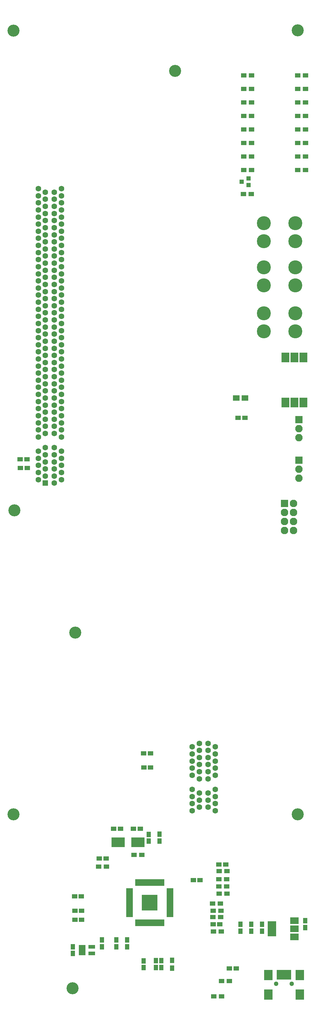
<source format=gts>
G04 #@! TF.FileFunction,Soldermask,Top*
%FSLAX46Y46*%
G04 Gerber Fmt 4.6, Leading zero omitted, Abs format (unit mm)*
G04 Created by KiCad (PCBNEW 4.0.7) date 02/03/18 00:33:44*
%MOMM*%
%LPD*%
G01*
G04 APERTURE LIST*
%ADD10C,0.100000*%
%ADD11R,1.600000X1.300000*%
%ADD12R,2.127200X2.127200*%
%ADD13O,2.127200X2.127200*%
%ADD14C,3.400000*%
%ADD15R,0.900000X2.700000*%
%ADD16R,2.400000X2.900000*%
%ADD17C,1.300000*%
%ADD18C,1.598880*%
%ADD19R,1.598880X1.598880*%
%ADD20C,3.956000*%
%ADD21R,1.600000X1.150000*%
%ADD22R,1.150000X1.600000*%
%ADD23R,2.100000X2.100000*%
%ADD24O,2.100000X2.100000*%
%ADD25R,2.178000X2.686000*%
%ADD26R,1.900000X1.650000*%
%ADD27R,1.300000X1.600000*%
%ADD28R,2.400000X4.200000*%
%ADD29R,2.400000X1.900000*%
%ADD30R,1.960000X1.050000*%
%ADD31R,3.725000X2.800000*%
%ADD32R,1.300000X1.200000*%
%ADD33R,1.900000X0.700000*%
%ADD34R,0.700000X1.900000*%
%ADD35R,4.400000X4.400000*%
G04 APERTURE END LIST*
D10*
D11*
X146220000Y-3810000D03*
X148420000Y-3810000D03*
D12*
X157734000Y-120650000D03*
D13*
X160274000Y-120650000D03*
X157734000Y-123190000D03*
X160274000Y-123190000D03*
X157734000Y-125730000D03*
X160274000Y-125730000D03*
X157734000Y-128270000D03*
X160274000Y-128270000D03*
D14*
X81178400Y12649200D03*
X161391600Y12700000D03*
X81178400Y-208280000D03*
D15*
X155966000Y-253432000D03*
X156766000Y-253432000D03*
X157566000Y-253432000D03*
X158366000Y-253432000D03*
X159166000Y-253432000D03*
D16*
X153116000Y-253532000D03*
X153116000Y-259032000D03*
X162016000Y-253532000D03*
X162016000Y-259032000D03*
D17*
X155366000Y-256032000D03*
X159766000Y-256032000D03*
D11*
X139868000Y-241300000D03*
X137668000Y-241300000D03*
D18*
X138125200Y-201241660D03*
X136123680Y-202242420D03*
X138125200Y-203240640D03*
X136123680Y-204241400D03*
X138125200Y-205242160D03*
X136123680Y-206240380D03*
X138125200Y-207241140D03*
X133624320Y-202242420D03*
X133624320Y-204241400D03*
X133624320Y-206240380D03*
X131622800Y-201241660D03*
X131622800Y-203240640D03*
X131622800Y-205242160D03*
X131622800Y-207241140D03*
X136123680Y-198241920D03*
X136123680Y-196240400D03*
X136123680Y-194241420D03*
X136123680Y-192242440D03*
X136123680Y-190240920D03*
X136123680Y-188241940D03*
X138125200Y-189242700D03*
X138125200Y-191241680D03*
X138125200Y-193240660D03*
X138125200Y-195242180D03*
X138125200Y-197241160D03*
X133624320Y-188241940D03*
X131622800Y-189242700D03*
X133624320Y-190240920D03*
X131622800Y-191241680D03*
X133624320Y-192242440D03*
X131622800Y-193240660D03*
X133624320Y-194241420D03*
X131622800Y-195242180D03*
X133624320Y-196240400D03*
X131622800Y-197241160D03*
X133624320Y-198241920D03*
X88168480Y-101902260D03*
X90170000Y-100901500D03*
X88168480Y-99903280D03*
X90170000Y-98902520D03*
X88168480Y-97901760D03*
X90170000Y-96903540D03*
X88168480Y-95902780D03*
X92669360Y-100901500D03*
X92669360Y-98902520D03*
X92669360Y-96903540D03*
X94670880Y-101902260D03*
X94670880Y-99903280D03*
X94670880Y-97901760D03*
X94670880Y-95902780D03*
X90170000Y-104902000D03*
X90170000Y-106903520D03*
X90170000Y-108902500D03*
X90170000Y-110901480D03*
X90170000Y-112903000D03*
D19*
X90170000Y-114901980D03*
D18*
X88168480Y-113901220D03*
X88168480Y-111902240D03*
X88168480Y-109903260D03*
X88168480Y-107901740D03*
X88168480Y-105902760D03*
X92669360Y-114901980D03*
X94670880Y-113901220D03*
X92669360Y-112903000D03*
X94670880Y-111902240D03*
X92669360Y-110901480D03*
X94670880Y-109903260D03*
X92669360Y-108902500D03*
X94670880Y-107901740D03*
X92669360Y-106903520D03*
X94670880Y-105902760D03*
X92669360Y-104902000D03*
X92669360Y-94902020D03*
X94670880Y-93901260D03*
X92669360Y-92903040D03*
X94670880Y-91902280D03*
X92669360Y-90901520D03*
X94670880Y-89903300D03*
X92669360Y-88902540D03*
X94670880Y-87901780D03*
X92669360Y-86903560D03*
X94670880Y-85902800D03*
X92669360Y-84902040D03*
X94670880Y-83901280D03*
X92669360Y-82903060D03*
X94670880Y-81902300D03*
X90170000Y-94902020D03*
X88168480Y-93901260D03*
X90170000Y-92903040D03*
X88168480Y-91902280D03*
X90170000Y-90901520D03*
X88168480Y-89903300D03*
X90170000Y-88902540D03*
X88168480Y-87901780D03*
X90170000Y-86903560D03*
X88168480Y-85902800D03*
X90170000Y-84902040D03*
X88168480Y-83901280D03*
X90170000Y-82903060D03*
X88168480Y-81902300D03*
X92669360Y-80901540D03*
X94670880Y-79903320D03*
X92669360Y-78902560D03*
X94670880Y-77901800D03*
X92669360Y-76903580D03*
X94670880Y-75902820D03*
X92669360Y-74902060D03*
X94670880Y-73901300D03*
X92669360Y-72903080D03*
X94670880Y-71902320D03*
X92669360Y-70901560D03*
X94670880Y-69903340D03*
X92669360Y-68902580D03*
X94670880Y-67901820D03*
X92669360Y-66903600D03*
X94670880Y-65902840D03*
X92669360Y-64902080D03*
X90170000Y-80901540D03*
X88168480Y-79903320D03*
X90170000Y-78902560D03*
X88168480Y-77901800D03*
X90170000Y-76903580D03*
X88168480Y-75902820D03*
X90170000Y-74902060D03*
X88168480Y-73901300D03*
X90170000Y-72903080D03*
X88168480Y-71902320D03*
X90170000Y-70901560D03*
X88168480Y-69903340D03*
X90170000Y-68902580D03*
X88168480Y-67901820D03*
X90170000Y-66903600D03*
X88168480Y-65902840D03*
X90170000Y-64902080D03*
X94670880Y-63901320D03*
X92669360Y-62903100D03*
X94670880Y-61902340D03*
X92669360Y-60901580D03*
X94670880Y-59903360D03*
X92669360Y-58902600D03*
X94670880Y-57901840D03*
X92669360Y-56903620D03*
X94670880Y-55902860D03*
X92669360Y-54902100D03*
X94670880Y-53901340D03*
X92669360Y-52903120D03*
X94670880Y-51902360D03*
X92669360Y-50901600D03*
X94670880Y-49903380D03*
X92669360Y-48902620D03*
X94670880Y-47901860D03*
X92669360Y-46903640D03*
X94670880Y-45902880D03*
X92669360Y-44902120D03*
X94670880Y-43901360D03*
X92669360Y-42903140D03*
X94670880Y-41902380D03*
X92669360Y-40901620D03*
X94670880Y-39903400D03*
X92669360Y-38902640D03*
X94670880Y-37901880D03*
X92669360Y-36901120D03*
X94670880Y-35902900D03*
X92669360Y-34902140D03*
X94670880Y-33901380D03*
X92669360Y-32903160D03*
X94670880Y-31902400D03*
X88168480Y-63901320D03*
X90170000Y-62903100D03*
X88168480Y-61902340D03*
X90170000Y-60901580D03*
X88168480Y-59903360D03*
X90170000Y-58902600D03*
X88168480Y-57901840D03*
X90170000Y-56903620D03*
X88168480Y-55902860D03*
X90170000Y-54902100D03*
X88168480Y-53901340D03*
X90170000Y-52903120D03*
X88168480Y-51902360D03*
X90170000Y-50901600D03*
X88168480Y-49903380D03*
X90170000Y-48902620D03*
X88168480Y-47901860D03*
X90170000Y-46903640D03*
X88168480Y-45902880D03*
X90170000Y-44902120D03*
X88168480Y-43901360D03*
X90170000Y-42903140D03*
X88168480Y-41902380D03*
X90170000Y-40901620D03*
X88168480Y-39903400D03*
X90170000Y-38902640D03*
X88168480Y-37901880D03*
X90170000Y-36901120D03*
X88168480Y-35902900D03*
X90170000Y-34902140D03*
X88168480Y-33901380D03*
X90170000Y-32903160D03*
X88168480Y-31902400D03*
D20*
X151892000Y-72136000D03*
X151892000Y-67005200D03*
D14*
X97884000Y-257306000D03*
X81440000Y-122542000D03*
X126840000Y1318000D03*
D21*
X142160000Y-251690000D03*
X144060000Y-251690000D03*
D22*
X163576000Y-238252000D03*
X163576000Y-240152000D03*
D21*
X109474000Y-212344000D03*
X111374000Y-212344000D03*
X107310000Y-220726000D03*
X105410000Y-220726000D03*
X116962000Y-212344000D03*
X115062000Y-212344000D03*
X131958000Y-226822000D03*
X133858000Y-226822000D03*
X137546000Y-239268000D03*
X139446000Y-239268000D03*
X139200000Y-222382000D03*
X141100000Y-222382000D03*
X100380000Y-237998000D03*
X98480000Y-237998000D03*
D22*
X151384000Y-241168000D03*
X151384000Y-239268000D03*
X145288000Y-239268000D03*
X145288000Y-241168000D03*
X122890000Y-249503528D03*
X122890000Y-251403528D03*
X97944000Y-245568000D03*
X97944000Y-247468000D03*
X121390000Y-249520000D03*
X121390000Y-251420000D03*
X117890000Y-249550000D03*
X117890000Y-251450000D03*
D21*
X100380000Y-235420000D03*
X98480000Y-235420000D03*
D22*
X119380000Y-215834000D03*
X119380000Y-213934000D03*
D21*
X100330000Y-231394000D03*
X98430000Y-231394000D03*
D22*
X122428000Y-215768000D03*
X122428000Y-213868000D03*
X106149000Y-245568000D03*
X106149000Y-243668000D03*
D21*
X119882000Y-195052000D03*
X117982000Y-195052000D03*
D22*
X113233267Y-243661749D03*
X113233267Y-245561749D03*
D21*
X84958000Y-108204000D03*
X83058000Y-108204000D03*
X144592000Y-96520000D03*
X146492000Y-96520000D03*
D23*
X161798000Y-97028000D03*
D24*
X161798000Y-99568000D03*
X161798000Y-102108000D03*
D23*
X161798000Y-108458000D03*
D24*
X161798000Y-110998000D03*
X161798000Y-113538000D03*
D25*
X157988000Y-92202000D03*
X160528000Y-92202000D03*
X163068000Y-92202000D03*
X163068000Y-79502000D03*
X160528000Y-79502000D03*
X157988000Y-79502000D03*
D21*
X119832000Y-191052000D03*
X117932000Y-191052000D03*
X83148000Y-110662000D03*
X85048000Y-110662000D03*
D26*
X144044724Y-90868200D03*
X146544724Y-90868200D03*
D22*
X148336000Y-239268000D03*
X148336000Y-241168000D03*
X110164000Y-243668000D03*
X110164000Y-245568000D03*
D20*
X160782000Y-72136000D03*
X160782000Y-67005200D03*
X151892000Y-46736000D03*
X151892000Y-41605200D03*
X151892000Y-59182000D03*
X151892000Y-54051200D03*
X160782000Y-59182000D03*
X160782000Y-54051200D03*
X160782000Y-46736000D03*
X160782000Y-41605200D03*
D11*
X139954000Y-255270000D03*
X142154000Y-255270000D03*
X139614000Y-233426000D03*
X137414000Y-233426000D03*
X141478000Y-230632000D03*
X139278000Y-230632000D03*
X141392000Y-226568000D03*
X139192000Y-226568000D03*
X139954000Y-259588000D03*
X137754000Y-259588000D03*
X117400000Y-219700000D03*
X115200000Y-219700000D03*
X139192000Y-228600000D03*
X141392000Y-228600000D03*
X139204000Y-224282000D03*
X141404000Y-224282000D03*
X107442000Y-223012000D03*
X105242000Y-223012000D03*
X139740000Y-235410000D03*
X137540000Y-235410000D03*
X139700000Y-237236000D03*
X137500000Y-237236000D03*
D27*
X125984000Y-251628000D03*
X125984000Y-249428000D03*
D28*
X154178000Y-240538000D03*
D29*
X160478000Y-240538000D03*
X160478000Y-238238000D03*
X160478000Y-242838000D03*
D30*
X100564000Y-245568000D03*
X100564000Y-246518000D03*
X100564000Y-247468000D03*
X103264000Y-247468000D03*
X103264000Y-245568000D03*
D31*
X110744000Y-216154000D03*
X116269000Y-216154000D03*
D14*
X98632001Y-157020000D03*
D11*
X161460000Y-19050000D03*
X163660000Y-19050000D03*
X161460000Y0D03*
X163660000Y0D03*
X161460000Y-11430000D03*
X163660000Y-11430000D03*
X161460000Y-22860000D03*
X163660000Y-22860000D03*
X161460000Y-3810000D03*
X163660000Y-3810000D03*
X161460000Y-15240000D03*
X163660000Y-15240000D03*
X161460000Y-7620000D03*
X163660000Y-7620000D03*
X146220000Y-19050000D03*
X148420000Y-19050000D03*
X146220000Y0D03*
X148420000Y0D03*
X146220000Y-11430000D03*
X148420000Y-11430000D03*
X146220000Y-22860000D03*
X148420000Y-22860000D03*
X146220000Y-15240000D03*
X148420000Y-15240000D03*
X146220000Y-7620000D03*
X148420000Y-7620000D03*
X161460000Y-26670000D03*
X163660000Y-26670000D03*
X148420000Y-26670000D03*
X146220000Y-26670000D03*
X146120000Y-33400000D03*
X148320000Y-33400000D03*
D14*
X161391600Y-208280000D03*
D32*
X147558000Y-30922000D03*
X147558000Y-29022000D03*
X145558000Y-29972000D03*
D33*
X125342000Y-236914000D03*
X125342000Y-236414000D03*
X125342000Y-235914000D03*
X125342000Y-235414000D03*
X125342000Y-234914000D03*
X125342000Y-234414000D03*
X125342000Y-233914000D03*
X125342000Y-233414000D03*
X125342000Y-232914000D03*
X125342000Y-232414000D03*
X125342000Y-231914000D03*
X125342000Y-231414000D03*
X125342000Y-230914000D03*
X125342000Y-230414000D03*
X125342000Y-229914000D03*
X125342000Y-229414000D03*
D34*
X123392000Y-227464000D03*
X122892000Y-227464000D03*
X122392000Y-227464000D03*
X121892000Y-227464000D03*
X121392000Y-227464000D03*
X120892000Y-227464000D03*
X120392000Y-227464000D03*
X119892000Y-227464000D03*
X119392000Y-227464000D03*
X118892000Y-227464000D03*
X118392000Y-227464000D03*
X117892000Y-227464000D03*
X117392000Y-227464000D03*
X116892000Y-227464000D03*
X116392000Y-227464000D03*
X115892000Y-227464000D03*
D33*
X113942000Y-229414000D03*
X113942000Y-229914000D03*
X113942000Y-230414000D03*
X113942000Y-230914000D03*
X113942000Y-231414000D03*
X113942000Y-231914000D03*
X113942000Y-232414000D03*
X113942000Y-232914000D03*
X113942000Y-233414000D03*
X113942000Y-233914000D03*
X113942000Y-234414000D03*
X113942000Y-234914000D03*
X113942000Y-235414000D03*
X113942000Y-235914000D03*
X113942000Y-236414000D03*
X113942000Y-236914000D03*
D34*
X115892000Y-238864000D03*
X116392000Y-238864000D03*
X116892000Y-238864000D03*
X117392000Y-238864000D03*
X117892000Y-238864000D03*
X118392000Y-238864000D03*
X118892000Y-238864000D03*
X119392000Y-238864000D03*
X119892000Y-238864000D03*
X120392000Y-238864000D03*
X120892000Y-238864000D03*
X121392000Y-238864000D03*
X121892000Y-238864000D03*
X122392000Y-238864000D03*
X122892000Y-238864000D03*
X123392000Y-238864000D03*
D35*
X119642000Y-233164000D03*
M02*

</source>
